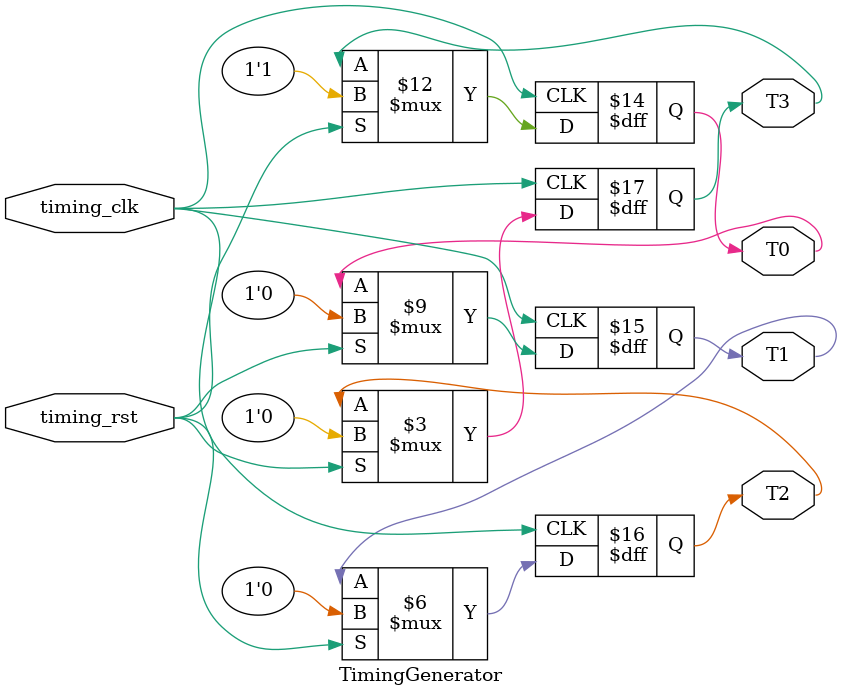
<source format=v>

module TimingGenerator(input timing_clk, timing_rst, output reg T0, T1, T2, T3);
  always @ (posedge timing_clk) begin
    if (timing_rst) begin T0 <= 1'b1; T1 <= 1'b0; T2 <= 1'b0; T3 <= 1'b0;
    end
    else begin T3 <= T2; T2 <= T1; T1 <= T0; T0 <= T3;
    end
end
endmodule

</source>
